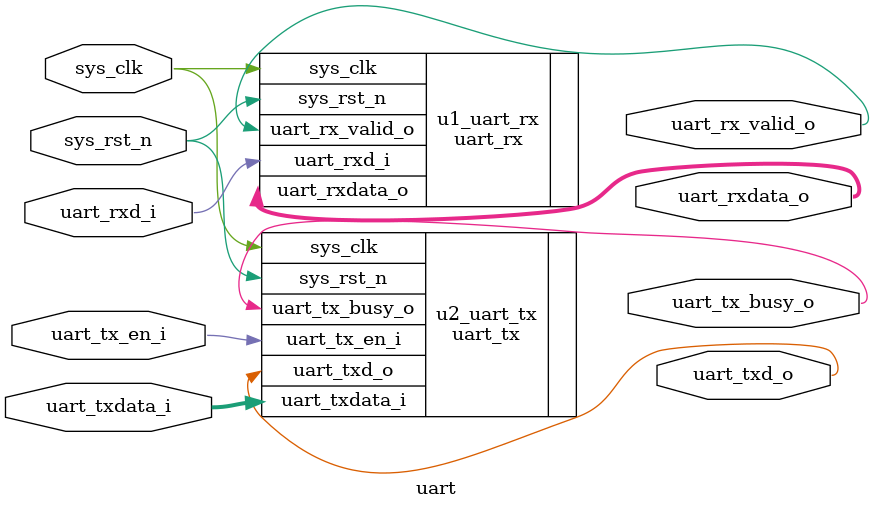
<source format=v>

module uart (
	input	wire								sys_clk,
	input	wire								sys_rst_n,
	input	wire								uart_rxd_i,
	output	wire								uart_txd_o,
	// control signals
	output	wire								uart_rx_valid_o,
	output	wire	[7:0]						uart_rxdata_o,
	input	wire								uart_tx_en_i,
	input	wire	[7:0]						uart_txdata_i,
	output	wire								uart_tx_busy_o
);

	parameter		CLK_FREQ					= 'd50_000_000;
	parameter		BPS							= 'd115200;

uart_rx											# (
	.CLK_FREQ									( CLK_FREQ		),
	.BPS										( BPS			)
	)											u1_uart_rx (
	.sys_clk									( sys_clk		),
	.sys_rst_n									( sys_rst_n		),
	.uart_rxd_i									( uart_rxd_i	),
	.uart_rx_valid_o							( uart_rx_valid_o	),
	.uart_rxdata_o								( uart_rxdata_o	)
);

uart_tx 										# (
	.CLK_FREQ									( CLK_FREQ		),
	.BPS										( BPS			)
	)											u2_uart_tx (
	.sys_clk									( sys_clk		),
	.sys_rst_n									( sys_rst_n		),
	.uart_tx_en_i								( uart_tx_en_i	),
	.uart_txdata_i								( uart_txdata_i	),
	.uart_tx_busy_o								( uart_tx_busy_o),
	.uart_txd_o									( uart_txd_o	)
);

endmodule
</source>
